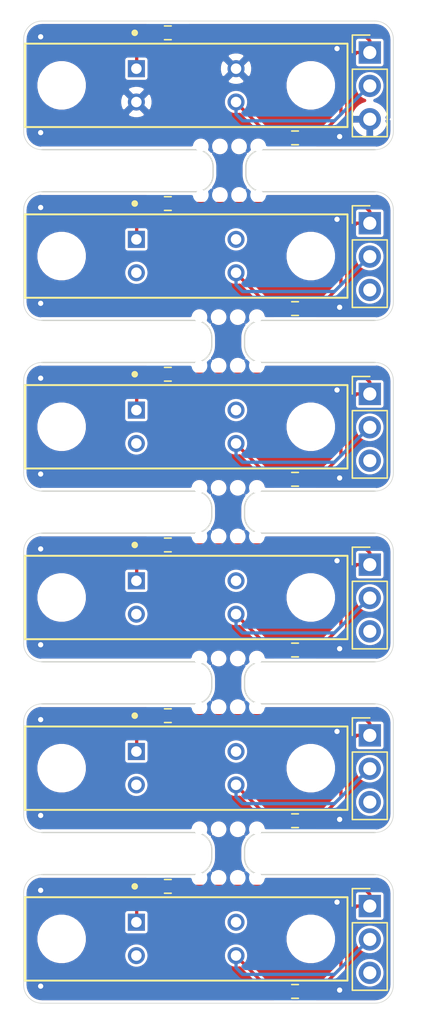
<source format=kicad_pcb>
(kicad_pcb (version 20171130) (host pcbnew "(5.1.10)-1")
  (layers (0 F.Cu signal) (31 B.Cu signal) (34 B.Paste user) (35 F.Paste user) (36 B.SilkS user) (37 F.SilkS user) (38 B.Mask user) (39 F.Mask user) (44 Edge.Cuts user))
  (net 0 "")
  (net 1 +5V)
  (net 2 "Net-(R1-Pad1)")
  (net 3 OUT)
  (net 4 GND)
  (module KSI_rotator_endstop:Vishay-TCST2300 (layer F.Cu) (at 138.2 153.5)
    (fp_text reference U1 hide)
    (fp_text value TCST2103 hide)
    (pad ~ np_thru_hole circle (at 9.5 0) (size 3.3 3.3) (drill 3.3) (layers *.Cu *.Mask))
    (pad ~ np_thru_hole circle (at -9.5 0) (size 3.3 3.3) (drill 3.3) (layers *.Cu *.Mask))
    (pad 4 thru_hole circle (at 3.8 1.27) (size 1.3 1.3) (drill 0.8) (layers *.Cu *.Mask))
    (pad 2 thru_hole circle (at 3.8 -1.27) (size 1.3 1.3) (drill 0.8) (layers *.Cu *.Mask))
    (pad 3 thru_hole circle (at -3.8 1.27) (size 1.3 1.3) (drill 0.8) (layers *.Cu *.Mask))
    (pad 1 thru_hole rect (at -3.8 -1.27) (size 1.3 1.3) (drill 0.8) (layers *.Cu *.Mask))
  )
  (module KSI_rotator_endstop:Vishay-TCST2300 (layer F.Cu) (at 138.2 140.5)
    (fp_text reference U1 hide)
    (fp_text value TCST2103 hide)
    (pad ~ np_thru_hole circle (at 9.5 0) (size 3.3 3.3) (drill 3.3) (layers *.Cu *.Mask))
    (pad ~ np_thru_hole circle (at -9.5 0) (size 3.3 3.3) (drill 3.3) (layers *.Cu *.Mask))
    (pad 4 thru_hole circle (at 3.8 1.27) (size 1.3 1.3) (drill 0.8) (layers *.Cu *.Mask))
    (pad 2 thru_hole circle (at 3.8 -1.27) (size 1.3 1.3) (drill 0.8) (layers *.Cu *.Mask))
    (pad 3 thru_hole circle (at -3.8 1.27) (size 1.3 1.3) (drill 0.8) (layers *.Cu *.Mask))
    (pad 1 thru_hole rect (at -3.8 -1.27) (size 1.3 1.3) (drill 0.8) (layers *.Cu *.Mask))
  )
  (module KSI_rotator_endstop:Vishay-TCST2300 (layer F.Cu) (at 138.2 127.5)
    (fp_text reference U1 hide)
    (fp_text value TCST2103 hide)
    (pad ~ np_thru_hole circle (at 9.5 0) (size 3.3 3.3) (drill 3.3) (layers *.Cu *.Mask))
    (pad ~ np_thru_hole circle (at -9.5 0) (size 3.3 3.3) (drill 3.3) (layers *.Cu *.Mask))
    (pad 4 thru_hole circle (at 3.8 1.27) (size 1.3 1.3) (drill 0.8) (layers *.Cu *.Mask))
    (pad 2 thru_hole circle (at 3.8 -1.27) (size 1.3 1.3) (drill 0.8) (layers *.Cu *.Mask))
    (pad 3 thru_hole circle (at -3.8 1.27) (size 1.3 1.3) (drill 0.8) (layers *.Cu *.Mask))
    (pad 1 thru_hole rect (at -3.8 -1.27) (size 1.3 1.3) (drill 0.8) (layers *.Cu *.Mask))
  )
  (module KSI_rotator_endstop:Vishay-TCST2300 (layer F.Cu) (at 138.2 114.5)
    (fp_text reference U1 hide)
    (fp_text value TCST2103 hide)
    (pad ~ np_thru_hole circle (at 9.5 0) (size 3.3 3.3) (drill 3.3) (layers *.Cu *.Mask))
    (pad ~ np_thru_hole circle (at -9.5 0) (size 3.3 3.3) (drill 3.3) (layers *.Cu *.Mask))
    (pad 4 thru_hole circle (at 3.8 1.27) (size 1.3 1.3) (drill 0.8) (layers *.Cu *.Mask))
    (pad 2 thru_hole circle (at 3.8 -1.27) (size 1.3 1.3) (drill 0.8) (layers *.Cu *.Mask))
    (pad 3 thru_hole circle (at -3.8 1.27) (size 1.3 1.3) (drill 0.8) (layers *.Cu *.Mask))
    (pad 1 thru_hole rect (at -3.8 -1.27) (size 1.3 1.3) (drill 0.8) (layers *.Cu *.Mask))
  )
  (module KSI_rotator_endstop:Vishay-TCST2300 (layer F.Cu) (at 138.2 101.5)
    (fp_text reference U1 hide)
    (fp_text value TCST2103 hide)
    (pad ~ np_thru_hole circle (at 9.5 0) (size 3.3 3.3) (drill 3.3) (layers *.Cu *.Mask))
    (pad ~ np_thru_hole circle (at -9.5 0) (size 3.3 3.3) (drill 3.3) (layers *.Cu *.Mask))
    (pad 4 thru_hole circle (at 3.8 1.27) (size 1.3 1.3) (drill 0.8) (layers *.Cu *.Mask))
    (pad 2 thru_hole circle (at 3.8 -1.27) (size 1.3 1.3) (drill 0.8) (layers *.Cu *.Mask))
    (pad 3 thru_hole circle (at -3.8 1.27) (size 1.3 1.3) (drill 0.8) (layers *.Cu *.Mask))
    (pad 1 thru_hole rect (at -3.8 -1.27) (size 1.3 1.3) (drill 0.8) (layers *.Cu *.Mask))
  )
  (module KSI_rotator_endstop:Vishay-TCST2300 (layer F.Cu) (at 138.2 88.5)
    (fp_text reference U1 hide)
    (fp_text value TCST2103 hide)
    (pad ~ np_thru_hole circle (at 9.5 0) (size 3.3 3.3) (drill 3.3) (layers *.Cu *.Mask))
    (pad ~ np_thru_hole circle (at -9.5 0) (size 3.3 3.3) (drill 3.3) (layers *.Cu *.Mask))
    (pad 4 thru_hole circle (at 3.8 1.27) (size 1.3 1.3) (drill 0.8) (layers *.Cu *.Mask) (net 3 OUT))
    (pad 2 thru_hole circle (at 3.8 -1.27) (size 1.3 1.3) (drill 0.8) (layers *.Cu *.Mask) (net 4 GND))
    (pad 3 thru_hole circle (at -3.8 1.27) (size 1.3 1.3) (drill 0.8) (layers *.Cu *.Mask) (net 4 GND))
    (pad 1 thru_hole rect (at -3.8 -1.27) (size 1.3 1.3) (drill 0.8) (layers *.Cu *.Mask) (net 2 "Net-(R1-Pad1)"))
  )
  (module Connector_PinHeader_2.54mm:PinHeader_1x03_P2.54mm_Vertical (layer F.Cu) (at 152.2 151)
    (fp_text reference J1 hide)
    (fp_text value Conn_01x03)
    (pad 3 thru_hole oval (at 0 5.08) (size 1.7 1.7) (drill 1) (layers *.Cu *.Mask))
    (pad 2 thru_hole oval (at 0 2.54) (size 1.7 1.7) (drill 1) (layers *.Cu *.Mask))
    (pad 1 thru_hole rect (at 0 0) (size 1.7 1.7) (drill 1) (layers *.Cu *.Mask))
  )
  (module Resistor_SMD:R_0603_1608Metric_Pad0.98x0.95mm_HandSolder (layer F.Cu) (at 136.8 149.5)
    (fp_text reference R1 hide)
    (fp_text value 330)
    (pad 2 smd roundrect (at 0.9125 0) (size 0.975 0.95) (layers F.Cu F.Paste F.Mask))
    (pad 1 smd roundrect (at -0.9125 0) (size 0.975 0.95) (layers F.Cu F.Paste F.Mask))
  )
  (module Resistor_SMD:R_0603_1608Metric_Pad0.98x0.95mm_HandSolder (layer F.Cu) (at 146.5 157.5)
    (fp_text reference R2 hide)
    (fp_text value 10k)
    (pad 2 smd roundrect (at 0.9125 0) (size 0.975 0.95) (layers F.Cu F.Paste F.Mask))
    (pad 1 smd roundrect (at -0.9125 0) (size 0.975 0.95) (layers F.Cu F.Paste F.Mask))
  )
  (module Connector_PinHeader_2.54mm:PinHeader_1x03_P2.54mm_Vertical (layer F.Cu) (at 152.2 138)
    (fp_text reference J1 hide)
    (fp_text value Conn_01x03)
    (pad 3 thru_hole oval (at 0 5.08) (size 1.7 1.7) (drill 1) (layers *.Cu *.Mask))
    (pad 2 thru_hole oval (at 0 2.54) (size 1.7 1.7) (drill 1) (layers *.Cu *.Mask))
    (pad 1 thru_hole rect (at 0 0) (size 1.7 1.7) (drill 1) (layers *.Cu *.Mask))
  )
  (module Resistor_SMD:R_0603_1608Metric_Pad0.98x0.95mm_HandSolder (layer F.Cu) (at 136.8 136.5)
    (fp_text reference R1 hide)
    (fp_text value 330)
    (pad 2 smd roundrect (at 0.9125 0) (size 0.975 0.95) (layers F.Cu F.Paste F.Mask))
    (pad 1 smd roundrect (at -0.9125 0) (size 0.975 0.95) (layers F.Cu F.Paste F.Mask))
  )
  (module Resistor_SMD:R_0603_1608Metric_Pad0.98x0.95mm_HandSolder (layer F.Cu) (at 146.5 144.5)
    (fp_text reference R2 hide)
    (fp_text value 10k)
    (pad 2 smd roundrect (at 0.9125 0) (size 0.975 0.95) (layers F.Cu F.Paste F.Mask))
    (pad 1 smd roundrect (at -0.9125 0) (size 0.975 0.95) (layers F.Cu F.Paste F.Mask))
  )
  (module Connector_PinHeader_2.54mm:PinHeader_1x03_P2.54mm_Vertical (layer F.Cu) (at 152.2 125)
    (fp_text reference J1 hide)
    (fp_text value Conn_01x03)
    (pad 3 thru_hole oval (at 0 5.08) (size 1.7 1.7) (drill 1) (layers *.Cu *.Mask))
    (pad 2 thru_hole oval (at 0 2.54) (size 1.7 1.7) (drill 1) (layers *.Cu *.Mask))
    (pad 1 thru_hole rect (at 0 0) (size 1.7 1.7) (drill 1) (layers *.Cu *.Mask))
  )
  (module Resistor_SMD:R_0603_1608Metric_Pad0.98x0.95mm_HandSolder (layer F.Cu) (at 136.8 123.5)
    (fp_text reference R1 hide)
    (fp_text value 330)
    (pad 2 smd roundrect (at 0.9125 0) (size 0.975 0.95) (layers F.Cu F.Paste F.Mask))
    (pad 1 smd roundrect (at -0.9125 0) (size 0.975 0.95) (layers F.Cu F.Paste F.Mask))
  )
  (module Resistor_SMD:R_0603_1608Metric_Pad0.98x0.95mm_HandSolder (layer F.Cu) (at 146.5 131.5)
    (fp_text reference R2 hide)
    (fp_text value 10k)
    (pad 2 smd roundrect (at 0.9125 0) (size 0.975 0.95) (layers F.Cu F.Paste F.Mask))
    (pad 1 smd roundrect (at -0.9125 0) (size 0.975 0.95) (layers F.Cu F.Paste F.Mask))
  )
  (module Connector_PinHeader_2.54mm:PinHeader_1x03_P2.54mm_Vertical (layer F.Cu) (at 152.2 112)
    (fp_text reference J1 hide)
    (fp_text value Conn_01x03)
    (pad 3 thru_hole oval (at 0 5.08) (size 1.7 1.7) (drill 1) (layers *.Cu *.Mask))
    (pad 2 thru_hole oval (at 0 2.54) (size 1.7 1.7) (drill 1) (layers *.Cu *.Mask))
    (pad 1 thru_hole rect (at 0 0) (size 1.7 1.7) (drill 1) (layers *.Cu *.Mask))
  )
  (module Resistor_SMD:R_0603_1608Metric_Pad0.98x0.95mm_HandSolder (layer F.Cu) (at 136.8 110.5)
    (fp_text reference R1 hide)
    (fp_text value 330)
    (pad 2 smd roundrect (at 0.9125 0) (size 0.975 0.95) (layers F.Cu F.Paste F.Mask))
    (pad 1 smd roundrect (at -0.9125 0) (size 0.975 0.95) (layers F.Cu F.Paste F.Mask))
  )
  (module Resistor_SMD:R_0603_1608Metric_Pad0.98x0.95mm_HandSolder (layer F.Cu) (at 146.5 118.5)
    (fp_text reference R2 hide)
    (fp_text value 10k)
    (pad 2 smd roundrect (at 0.9125 0) (size 0.975 0.95) (layers F.Cu F.Paste F.Mask))
    (pad 1 smd roundrect (at -0.9125 0) (size 0.975 0.95) (layers F.Cu F.Paste F.Mask))
  )
  (module Connector_PinHeader_2.54mm:PinHeader_1x03_P2.54mm_Vertical (layer F.Cu) (at 152.2 99)
    (fp_text reference J1 hide)
    (fp_text value Conn_01x03)
    (pad 3 thru_hole oval (at 0 5.08) (size 1.7 1.7) (drill 1) (layers *.Cu *.Mask))
    (pad 2 thru_hole oval (at 0 2.54) (size 1.7 1.7) (drill 1) (layers *.Cu *.Mask))
    (pad 1 thru_hole rect (at 0 0) (size 1.7 1.7) (drill 1) (layers *.Cu *.Mask))
  )
  (module Resistor_SMD:R_0603_1608Metric_Pad0.98x0.95mm_HandSolder (layer F.Cu) (at 136.8 97.5)
    (fp_text reference R1 hide)
    (fp_text value 330)
    (pad 2 smd roundrect (at 0.9125 0) (size 0.975 0.95) (layers F.Cu F.Paste F.Mask))
    (pad 1 smd roundrect (at -0.9125 0) (size 0.975 0.95) (layers F.Cu F.Paste F.Mask))
  )
  (module Resistor_SMD:R_0603_1608Metric_Pad0.98x0.95mm_HandSolder (layer F.Cu) (at 146.5 105.5)
    (fp_text reference R2 hide)
    (fp_text value 10k)
    (pad 2 smd roundrect (at 0.9125 0) (size 0.975 0.95) (layers F.Cu F.Paste F.Mask))
    (pad 1 smd roundrect (at -0.9125 0) (size 0.975 0.95) (layers F.Cu F.Paste F.Mask))
  )
  (module Connector_PinHeader_2.54mm:PinHeader_1x03_P2.54mm_Vertical (layer F.Cu) (at 152.2 86)
    (fp_text reference J1 hide)
    (fp_text value Conn_01x03)
    (pad 3 thru_hole oval (at 0 5.08) (size 1.7 1.7) (drill 1) (layers *.Cu *.Mask) (net 4 GND))
    (pad 2 thru_hole oval (at 0 2.54) (size 1.7 1.7) (drill 1) (layers *.Cu *.Mask) (net 3 OUT))
    (pad 1 thru_hole rect (at 0 0) (size 1.7 1.7) (drill 1) (layers *.Cu *.Mask) (net 1 +5V))
  )
  (module Resistor_SMD:R_0603_1608Metric_Pad0.98x0.95mm_HandSolder (layer F.Cu) (at 146.5 92.5)
    (fp_text reference R2 hide)
    (fp_text value 10k)
    (pad 2 smd roundrect (at 0.9125 0) (size 0.975 0.95) (layers F.Cu F.Paste F.Mask) (net 1 +5V))
    (pad 1 smd roundrect (at -0.9125 0) (size 0.975 0.95) (layers F.Cu F.Paste F.Mask) (net 3 OUT))
  )
  (module Resistor_SMD:R_0603_1608Metric_Pad0.98x0.95mm_HandSolder (layer F.Cu) (at 136.8 84.5)
    (fp_text reference R1 hide)
    (fp_text value 330)
    (pad 2 smd roundrect (at 0.9125 0) (size 0.975 0.95) (layers F.Cu F.Paste F.Mask) (net 1 +5V))
    (pad 1 smd roundrect (at -0.9125 0) (size 0.975 0.95) (layers F.Cu F.Paste F.Mask) (net 2 "Net-(R1-Pad1)"))
  )
  (module holes (layer F.Cu) (at 139.212232 119.15)
    (fp_text reference "" (at 0 0) (layer F.SilkS) (effects (font (size 1.27 1.27))))
    (fp_text value "" (at 0 0) (layer F.SilkS) (effects (font (size 1.27 1.27))))
    (pad h0 np_thru_hole circle (at 0 0) (size 0.8 0.8) (drill 0.8) (layers *.Cu *.Mask))
    (pad h1 np_thru_hole circle (at 1.458509 0) (size 0.8 0.8) (drill 0.8) (layers *.Cu *.Mask))
    (pad h2 np_thru_hole circle (at 2.917018 0) (size 0.8 0.8) (drill 0.8) (layers *.Cu *.Mask))
    (pad h3 np_thru_hole circle (at 4.375527 0) (size 0.8 0.8) (drill 0.8) (layers *.Cu *.Mask))
  )
  (module holes (layer F.Cu) (at 143.587758 122.85)
    (fp_text reference "" (at 0 0) (layer F.SilkS) (effects (font (size 1.27 1.27))))
    (fp_text value "" (at 0 0) (layer F.SilkS) (effects (font (size 1.27 1.27))))
    (pad h0 np_thru_hole circle (at 0 0) (size 0.8 0.8) (drill 0.8) (layers *.Cu *.Mask))
    (pad h1 np_thru_hole circle (at -1.458509 0) (size 0.8 0.8) (drill 0.8) (layers *.Cu *.Mask))
    (pad h2 np_thru_hole circle (at -2.917018 0) (size 0.8 0.8) (drill 0.8) (layers *.Cu *.Mask))
    (pad h3 np_thru_hole circle (at -4.375527 0) (size 0.8 0.8) (drill 0.8) (layers *.Cu *.Mask))
  )
  (module holes (layer F.Cu) (at 139.212232 132.15)
    (fp_text reference "" (at 0 0) (layer F.SilkS) (effects (font (size 1.27 1.27))))
    (fp_text value "" (at 0 0) (layer F.SilkS) (effects (font (size 1.27 1.27))))
    (pad h0 np_thru_hole circle (at 0 0) (size 0.8 0.8) (drill 0.8) (layers *.Cu *.Mask))
    (pad h1 np_thru_hole circle (at 1.458509 0) (size 0.8 0.8) (drill 0.8) (layers *.Cu *.Mask))
    (pad h2 np_thru_hole circle (at 2.917018 0) (size 0.8 0.8) (drill 0.8) (layers *.Cu *.Mask))
    (pad h3 np_thru_hole circle (at 4.375527 0) (size 0.8 0.8) (drill 0.8) (layers *.Cu *.Mask))
  )
  (module holes (layer F.Cu) (at 143.587758 135.85)
    (fp_text reference "" (at 0 0) (layer F.SilkS) (effects (font (size 1.27 1.27))))
    (fp_text value "" (at 0 0) (layer F.SilkS) (effects (font (size 1.27 1.27))))
    (pad h0 np_thru_hole circle (at 0 0) (size 0.8 0.8) (drill 0.8) (layers *.Cu *.Mask))
    (pad h1 np_thru_hole circle (at -1.458509 0) (size 0.8 0.8) (drill 0.8) (layers *.Cu *.Mask))
    (pad h2 np_thru_hole circle (at -2.917018 0) (size 0.8 0.8) (drill 0.8) (layers *.Cu *.Mask))
    (pad h3 np_thru_hole circle (at -4.375527 0) (size 0.8 0.8) (drill 0.8) (layers *.Cu *.Mask))
  )
  (module holes (layer F.Cu) (at 139.212232 145.15)
    (fp_text reference "" (at 0 0) (layer F.SilkS) (effects (font (size 1.27 1.27))))
    (fp_text value "" (at 0 0) (layer F.SilkS) (effects (font (size 1.27 1.27))))
    (pad h0 np_thru_hole circle (at 0 0) (size 0.8 0.8) (drill 0.8) (layers *.Cu *.Mask))
    (pad h1 np_thru_hole circle (at 1.458509 0) (size 0.8 0.8) (drill 0.8) (layers *.Cu *.Mask))
    (pad h2 np_thru_hole circle (at 2.917018 0) (size 0.8 0.8) (drill 0.8) (layers *.Cu *.Mask))
    (pad h3 np_thru_hole circle (at 4.375527 0) (size 0.8 0.8) (drill 0.8) (layers *.Cu *.Mask))
  )
  (module holes (layer F.Cu) (at 143.587758 148.85)
    (fp_text reference "" (at 0 0) (layer F.SilkS) (effects (font (size 1.27 1.27))))
    (fp_text value "" (at 0 0) (layer F.SilkS) (effects (font (size 1.27 1.27))))
    (pad h0 np_thru_hole circle (at 0 0) (size 0.8 0.8) (drill 0.8) (layers *.Cu *.Mask))
    (pad h1 np_thru_hole circle (at -1.458509 0) (size 0.8 0.8) (drill 0.8) (layers *.Cu *.Mask))
    (pad h2 np_thru_hole circle (at -2.917018 0) (size 0.8 0.8) (drill 0.8) (layers *.Cu *.Mask))
    (pad h3 np_thru_hole circle (at -4.375527 0) (size 0.8 0.8) (drill 0.8) (layers *.Cu *.Mask))
  )
  (module holes (layer F.Cu) (at 139.312252 93.15)
    (fp_text reference "" (at 0 0) (layer F.SilkS) (effects (font (size 1.27 1.27))))
    (fp_text value "" (at 0 0) (layer F.SilkS) (effects (font (size 1.27 1.27))))
    (pad h0 np_thru_hole circle (at 0 0) (size 0.8 0.8) (drill 0.8) (layers *.Cu *.Mask))
    (pad h1 np_thru_hole circle (at 1.458502 0) (size 0.8 0.8) (drill 0.8) (layers *.Cu *.Mask))
    (pad h2 np_thru_hole circle (at 2.917004 0) (size 0.8 0.8) (drill 0.8) (layers *.Cu *.Mask))
    (pad h3 np_thru_hole circle (at 4.375506 0) (size 0.8 0.8) (drill 0.8) (layers *.Cu *.Mask))
  )
  (module holes (layer F.Cu) (at 143.687748 96.85)
    (fp_text reference "" (at 0 0) (layer F.SilkS) (effects (font (size 1.27 1.27))))
    (fp_text value "" (at 0 0) (layer F.SilkS) (effects (font (size 1.27 1.27))))
    (pad h0 np_thru_hole circle (at 0 0) (size 0.8 0.8) (drill 0.8) (layers *.Cu *.Mask))
    (pad h1 np_thru_hole circle (at -1.458502 0) (size 0.8 0.8) (drill 0.8) (layers *.Cu *.Mask))
    (pad h2 np_thru_hole circle (at -2.917004 0) (size 0.8 0.8) (drill 0.8) (layers *.Cu *.Mask))
    (pad h3 np_thru_hole circle (at -4.375506 0) (size 0.8 0.8) (drill 0.8) (layers *.Cu *.Mask))
  )
  (module holes (layer F.Cu) (at 139.212232 106.15)
    (fp_text reference "" (at 0 0) (layer F.SilkS) (effects (font (size 1.27 1.27))))
    (fp_text value "" (at 0 0) (layer F.SilkS) (effects (font (size 1.27 1.27))))
    (pad h0 np_thru_hole circle (at 0 0) (size 0.8 0.8) (drill 0.8) (layers *.Cu *.Mask))
    (pad h1 np_thru_hole circle (at 1.458509 0) (size 0.8 0.8) (drill 0.8) (layers *.Cu *.Mask))
    (pad h2 np_thru_hole circle (at 2.917018 0) (size 0.8 0.8) (drill 0.8) (layers *.Cu *.Mask))
    (pad h3 np_thru_hole circle (at 4.375527 0) (size 0.8 0.8) (drill 0.8) (layers *.Cu *.Mask))
  )
  (module holes (layer F.Cu) (at 143.587758 109.85)
    (fp_text reference "" (at 0 0) (layer F.SilkS) (effects (font (size 1.27 1.27))))
    (fp_text value "" (at 0 0) (layer F.SilkS) (effects (font (size 1.27 1.27))))
    (pad h0 np_thru_hole circle (at 0 0) (size 0.8 0.8) (drill 0.8) (layers *.Cu *.Mask))
    (pad h1 np_thru_hole circle (at -1.458509 0) (size 0.8 0.8) (drill 0.8) (layers *.Cu *.Mask))
    (pad h2 np_thru_hole circle (at -2.917018 0) (size 0.8 0.8) (drill 0.8) (layers *.Cu *.Mask))
    (pad h3 np_thru_hole circle (at -4.375527 0) (size 0.8 0.8) (drill 0.8) (layers *.Cu *.Mask))
  )
  (gr_arc (start 127.2 150) (end 127.2 148.6) (angle -90) (layer Edge.Cuts) (width 0.05))
  (gr_arc (start 127.2 157) (end 125.8 157) (angle -90) (layer Edge.Cuts) (width 0.05))
  (gr_arc (start 152.6 157) (end 152.6 158.4) (angle -90) (layer Edge.Cuts) (width 0.05))
  (gr_arc (start 152.6 150) (end 154 150) (angle -90) (layer Edge.Cuts) (width 0.05))
  (gr_line (start 152.6 158.4) (end 127.2 158.4) (layer Edge.Cuts) (width 0.05))
  (gr_line (start 125.8 150) (end 125.8 157) (layer Edge.Cuts) (width 0.05))
  (gr_line (start 154 150) (end 154 157) (layer Edge.Cuts) (width 0.05))
  (gr_arc (start 127.2 137) (end 127.2 135.6) (angle -90) (layer Edge.Cuts) (width 0.05))
  (gr_arc (start 127.2 144) (end 125.8 144) (angle -90) (layer Edge.Cuts) (width 0.05))
  (gr_arc (start 152.6 144) (end 152.6 145.4) (angle -90) (layer Edge.Cuts) (width 0.05))
  (gr_arc (start 152.6 137) (end 154 137) (angle -90) (layer Edge.Cuts) (width 0.05))
  (gr_line (start 125.8 137) (end 125.8 144) (layer Edge.Cuts) (width 0.05))
  (gr_line (start 154 137) (end 154 144) (layer Edge.Cuts) (width 0.05))
  (gr_arc (start 127.2 124) (end 127.2 122.6) (angle -90) (layer Edge.Cuts) (width 0.05))
  (gr_arc (start 127.2 131) (end 125.8 131) (angle -90) (layer Edge.Cuts) (width 0.05))
  (gr_arc (start 152.6 131) (end 152.6 132.4) (angle -90) (layer Edge.Cuts) (width 0.05))
  (gr_arc (start 152.6 124) (end 154 124) (angle -90) (layer Edge.Cuts) (width 0.05))
  (gr_line (start 125.8 124) (end 125.8 131) (layer Edge.Cuts) (width 0.05))
  (gr_line (start 154 124) (end 154 131) (layer Edge.Cuts) (width 0.05))
  (gr_arc (start 127.2 111) (end 127.2 109.6) (angle -90) (layer Edge.Cuts) (width 0.05))
  (gr_arc (start 127.2 118) (end 125.8 118) (angle -90) (layer Edge.Cuts) (width 0.05))
  (gr_arc (start 152.6 118) (end 152.6 119.4) (angle -90) (layer Edge.Cuts) (width 0.05))
  (gr_arc (start 152.6 111) (end 154 111) (angle -90) (layer Edge.Cuts) (width 0.05))
  (gr_line (start 125.8 111) (end 125.8 118) (layer Edge.Cuts) (width 0.05))
  (gr_line (start 154 111) (end 154 118) (layer Edge.Cuts) (width 0.05))
  (gr_arc (start 127.2 98) (end 127.2 96.6) (angle -90) (layer Edge.Cuts) (width 0.05))
  (gr_arc (start 127.2 105) (end 125.8 105) (angle -90) (layer Edge.Cuts) (width 0.05))
  (gr_arc (start 152.6 105) (end 152.6 106.4) (angle -90) (layer Edge.Cuts) (width 0.05))
  (gr_arc (start 152.6 98) (end 154 98) (angle -90) (layer Edge.Cuts) (width 0.05))
  (gr_line (start 125.8 98) (end 125.8 105) (layer Edge.Cuts) (width 0.05))
  (gr_line (start 154 98) (end 154 105) (layer Edge.Cuts) (width 0.05))
  (gr_line (start 154 85) (end 154 92) (layer Edge.Cuts) (width 0.05))
  (gr_line (start 127.2 83.6) (end 152.6 83.6) (layer Edge.Cuts) (width 0.05))
  (gr_line (start 125.8 85) (end 125.8 92) (layer Edge.Cuts) (width 0.05))
  (gr_arc (start 152.6 92) (end 152.6 93.4) (angle -90) (layer Edge.Cuts) (width 0.05))
  (gr_arc (start 152.6 85) (end 154 85) (angle -90) (layer Edge.Cuts) (width 0.05))
  (gr_arc (start 127.2 85) (end 127.2 83.6) (angle -90) (layer Edge.Cuts) (width 0.05))
  (gr_arc (start 127.2 92) (end 125.8 92) (angle -90) (layer Edge.Cuts) (width 0.05))
  (gr_line (start 143.900008 119.4) (end 152.6 119.4) (layer Edge.Cuts) (width 0.1))
  (gr_line (start 138.899982 119.4) (end 127.2 119.4) (layer Edge.Cuts) (width 0.1))
  (gr_line (start 138.899982 122.6) (end 127.2 122.6) (layer Edge.Cuts) (width 0.1))
  (gr_line (start 143.900008 122.6) (end 152.6 122.6) (layer Edge.Cuts) (width 0.1))
  (gr_line (start 138.899982 122.6) (end 138.999686 122.592313) (layer Edge.Cuts) (width 0.1))
  (gr_line (start 138.899982 119.4) (end 138.999686 119.407687) (layer Edge.Cuts) (width 0.1))
  (gr_line (start 138.999686 122.592313) (end 139.098504 122.576985) (layer Edge.Cuts) (width 0.1))
  (gr_line (start 138.999686 119.407687) (end 139.098504 119.423015) (layer Edge.Cuts) (width 0.1))
  (gr_line (start 139.098504 122.576985) (end 139.195851 122.554107) (layer Edge.Cuts) (width 0.1))
  (gr_line (start 139.098504 119.423015) (end 139.195851 119.445893) (layer Edge.Cuts) (width 0.1))
  (gr_line (start 139.195851 122.554107) (end 139.291151 122.523814) (layer Edge.Cuts) (width 0.1))
  (gr_line (start 139.195851 119.445893) (end 139.291151 119.476186) (layer Edge.Cuts) (width 0.1))
  (gr_line (start 139.291151 122.523814) (end 139.383841 122.486285) (layer Edge.Cuts) (width 0.1))
  (gr_line (start 139.291151 119.476186) (end 139.383841 119.513715) (layer Edge.Cuts) (width 0.1))
  (gr_line (start 139.383841 122.486285) (end 139.473372 122.441742) (layer Edge.Cuts) (width 0.1))
  (gr_line (start 139.383841 119.513715) (end 139.473372 119.558258) (layer Edge.Cuts) (width 0.1))
  (gr_line (start 139.473372 122.441742) (end 139.559214 122.390449) (layer Edge.Cuts) (width 0.1))
  (gr_line (start 139.473372 119.558258) (end 139.559214 119.609551) (layer Edge.Cuts) (width 0.1))
  (gr_line (start 139.559214 122.390449) (end 139.640859 122.332709) (layer Edge.Cuts) (width 0.1))
  (gr_line (start 139.559214 119.609551) (end 139.640859 119.667291) (layer Edge.Cuts) (width 0.1))
  (gr_line (start 139.640859 122.332709) (end 139.717824 122.268864) (layer Edge.Cuts) (width 0.1))
  (gr_line (start 139.640859 119.667291) (end 139.717824 119.731136) (layer Edge.Cuts) (width 0.1))
  (gr_line (start 139.717824 122.268864) (end 139.789654 122.199292) (layer Edge.Cuts) (width 0.1))
  (gr_line (start 139.717824 119.731136) (end 139.789654 119.800708) (layer Edge.Cuts) (width 0.1))
  (gr_line (start 139.789654 122.199292) (end 139.855924 122.124405) (layer Edge.Cuts) (width 0.1))
  (gr_line (start 139.789654 119.800708) (end 139.855924 119.875595) (layer Edge.Cuts) (width 0.1))
  (gr_line (start 139.855924 122.124405) (end 139.916242 122.044646) (layer Edge.Cuts) (width 0.1))
  (gr_line (start 139.855924 119.875595) (end 139.916242 119.955354) (layer Edge.Cuts) (width 0.1))
  (gr_line (start 139.916242 122.044646) (end 139.970251 121.960487) (layer Edge.Cuts) (width 0.1))
  (gr_line (start 139.916242 119.955354) (end 139.970251 120.039513) (layer Edge.Cuts) (width 0.1))
  (gr_line (start 139.970251 121.960487) (end 140.017631 121.872426) (layer Edge.Cuts) (width 0.1))
  (gr_line (start 139.970251 120.039513) (end 140.017631 120.127574) (layer Edge.Cuts) (width 0.1))
  (gr_line (start 140.017631 121.872426) (end 140.058102 121.780984) (layer Edge.Cuts) (width 0.1))
  (gr_line (start 140.017631 120.127574) (end 140.058102 120.219016) (layer Edge.Cuts) (width 0.1))
  (gr_line (start 140.058102 121.780984) (end 140.091424 121.686702) (layer Edge.Cuts) (width 0.1))
  (gr_line (start 140.058102 120.219016) (end 140.091424 120.313298) (layer Edge.Cuts) (width 0.1))
  (gr_line (start 140.091424 121.686702) (end 140.1174 121.590138) (layer Edge.Cuts) (width 0.1))
  (gr_line (start 140.091424 120.313298) (end 140.1174 120.409862) (layer Edge.Cuts) (width 0.1))
  (gr_line (start 140.1174 121.590138) (end 140.135877 121.491863) (layer Edge.Cuts) (width 0.1))
  (gr_line (start 140.1174 120.409862) (end 140.135877 120.508137) (layer Edge.Cuts) (width 0.1))
  (gr_line (start 140.135877 121.491863) (end 140.146745 121.392458) (layer Edge.Cuts) (width 0.1))
  (gr_line (start 140.135877 120.508137) (end 140.146745 120.607542) (layer Edge.Cuts) (width 0.1))
  (gr_line (start 140.146745 121.392458) (end 140.14994 121.292512) (layer Edge.Cuts) (width 0.1))
  (gr_line (start 140.146745 120.607542) (end 140.14994 120.707488) (layer Edge.Cuts) (width 0.1))
  (gr_line (start 140.14994 120.707488) (end 140.14994 121.292512) (layer Edge.Cuts) (width 0.1))
  (gr_line (start 143.900008 122.6) (end 143.800304 122.592313) (layer Edge.Cuts) (width 0.1))
  (gr_line (start 143.900008 119.4) (end 143.800304 119.407687) (layer Edge.Cuts) (width 0.1))
  (gr_line (start 143.800304 122.592313) (end 143.701486 122.576985) (layer Edge.Cuts) (width 0.1))
  (gr_line (start 143.800304 119.407687) (end 143.701486 119.423015) (layer Edge.Cuts) (width 0.1))
  (gr_line (start 143.701486 122.576985) (end 143.604139 122.554107) (layer Edge.Cuts) (width 0.1))
  (gr_line (start 143.701486 119.423015) (end 143.604139 119.445893) (layer Edge.Cuts) (width 0.1))
  (gr_line (start 143.604139 122.554107) (end 143.508839 122.523814) (layer Edge.Cuts) (width 0.1))
  (gr_line (start 143.604139 119.445893) (end 143.508839 119.476186) (layer Edge.Cuts) (width 0.1))
  (gr_line (start 143.508839 122.523814) (end 143.416149 122.486285) (layer Edge.Cuts) (width 0.1))
  (gr_line (start 143.508839 119.476186) (end 143.416149 119.513715) (layer Edge.Cuts) (width 0.1))
  (gr_line (start 143.416149 122.486285) (end 143.326618 122.441742) (layer Edge.Cuts) (width 0.1))
  (gr_line (start 143.416149 119.513715) (end 143.326618 119.558258) (layer Edge.Cuts) (width 0.1))
  (gr_line (start 143.326618 122.441742) (end 143.240776 122.390449) (layer Edge.Cuts) (width 0.1))
  (gr_line (start 143.326618 119.558258) (end 143.240776 119.609551) (layer Edge.Cuts) (width 0.1))
  (gr_line (start 143.240776 122.390449) (end 143.159131 122.332709) (layer Edge.Cuts) (width 0.1))
  (gr_line (start 143.240776 119.609551) (end 143.159131 119.667291) (layer Edge.Cuts) (width 0.1))
  (gr_line (start 143.159131 122.332709) (end 143.082166 122.268864) (layer Edge.Cuts) (width 0.1))
  (gr_line (start 143.159131 119.667291) (end 143.082166 119.731136) (layer Edge.Cuts) (width 0.1))
  (gr_line (start 143.082166 122.268864) (end 143.010336 122.199292) (layer Edge.Cuts) (width 0.1))
  (gr_line (start 143.082166 119.731136) (end 143.010336 119.800708) (layer Edge.Cuts) (width 0.1))
  (gr_line (start 143.010336 122.199292) (end 142.944066 122.124405) (layer Edge.Cuts) (width 0.1))
  (gr_line (start 143.010336 119.800708) (end 142.944066 119.875595) (layer Edge.Cuts) (width 0.1))
  (gr_line (start 142.944066 122.124405) (end 142.883748 122.044646) (layer Edge.Cuts) (width 0.1))
  (gr_line (start 142.944066 119.875595) (end 142.883748 119.955354) (layer Edge.Cuts) (width 0.1))
  (gr_line (start 142.883748 122.044646) (end 142.829739 121.960487) (layer Edge.Cuts) (width 0.1))
  (gr_line (start 142.883748 119.955354) (end 142.829739 120.039513) (layer Edge.Cuts) (width 0.1))
  (gr_line (start 142.829739 121.960487) (end 142.782359 121.872426) (layer Edge.Cuts) (width 0.1))
  (gr_line (start 142.829739 120.039513) (end 142.782359 120.127574) (layer Edge.Cuts) (width 0.1))
  (gr_line (start 142.782359 121.872426) (end 142.741888 121.780984) (layer Edge.Cuts) (width 0.1))
  (gr_line (start 142.782359 120.127574) (end 142.741888 120.219016) (layer Edge.Cuts) (width 0.1))
  (gr_line (start 142.741888 121.780984) (end 142.708566 121.686702) (layer Edge.Cuts) (width 0.1))
  (gr_line (start 142.741888 120.219016) (end 142.708566 120.313298) (layer Edge.Cuts) (width 0.1))
  (gr_line (start 142.708566 121.686702) (end 142.68259 121.590138) (layer Edge.Cuts) (width 0.1))
  (gr_line (start 142.708566 120.313298) (end 142.68259 120.409862) (layer Edge.Cuts) (width 0.1))
  (gr_line (start 142.68259 121.590138) (end 142.664113 121.491863) (layer Edge.Cuts) (width 0.1))
  (gr_line (start 142.68259 120.409862) (end 142.664113 120.508137) (layer Edge.Cuts) (width 0.1))
  (gr_line (start 142.664113 121.491863) (end 142.653245 121.392458) (layer Edge.Cuts) (width 0.1))
  (gr_line (start 142.664113 120.508137) (end 142.653245 120.607542) (layer Edge.Cuts) (width 0.1))
  (gr_line (start 142.653245 121.392458) (end 142.65005 121.292512) (layer Edge.Cuts) (width 0.1))
  (gr_line (start 142.653245 120.607542) (end 142.65005 120.707488) (layer Edge.Cuts) (width 0.1))
  (gr_line (start 142.65005 120.707488) (end 142.65005 121.292512) (layer Edge.Cuts) (width 0.1))
  (gr_line (start 143.900008 132.4) (end 152.6 132.4) (layer Edge.Cuts) (width 0.1))
  (gr_line (start 138.899982 132.4) (end 127.2 132.4) (layer Edge.Cuts) (width 0.1))
  (gr_line (start 138.899982 135.6) (end 127.2 135.6) (layer Edge.Cuts) (width 0.1))
  (gr_line (start 143.900008 135.6) (end 152.6 135.6) (layer Edge.Cuts) (width 0.1))
  (gr_line (start 138.899982 135.6) (end 138.999686 135.592313) (layer Edge.Cuts) (width 0.1))
  (gr_line (start 138.899982 132.4) (end 138.999686 132.407687) (layer Edge.Cuts) (width 0.1))
  (gr_line (start 138.999686 135.592313) (end 139.098504 135.576985) (layer Edge.Cuts) (width 0.1))
  (gr_line (start 138.999686 132.407687) (end 139.098504 132.423015) (layer Edge.Cuts) (width 0.1))
  (gr_line (start 139.098504 135.576985) (end 139.195851 135.554107) (layer Edge.Cuts) (width 0.1))
  (gr_line (start 139.098504 132.423015) (end 139.195851 132.445893) (layer Edge.Cuts) (width 0.1))
  (gr_line (start 139.195851 135.554107) (end 139.291151 135.523814) (layer Edge.Cuts) (width 0.1))
  (gr_line (start 139.195851 132.445893) (end 139.291151 132.476186) (layer Edge.Cuts) (width 0.1))
  (gr_line (start 139.291151 135.523814) (end 139.383841 135.486285) (layer Edge.Cuts) (width 0.1))
  (gr_line (start 139.291151 132.476186) (end 139.383841 132.513715) (layer Edge.Cuts) (width 0.1))
  (gr_line (start 139.383841 135.486285) (end 139.473372 135.441742) (layer Edge.Cuts) (width 0.1))
  (gr_line (start 139.383841 132.513715) (end 139.473372 132.558258) (layer Edge.Cuts) (width 0.1))
  (gr_line (start 139.473372 135.441742) (end 139.559214 135.390449) (layer Edge.Cuts) (width 0.1))
  (gr_line (start 139.473372 132.558258) (end 139.559214 132.609551) (layer Edge.Cuts) (width 0.1))
  (gr_line (start 139.559214 135.390449) (end 139.640859 135.332709) (layer Edge.Cuts) (width 0.1))
  (gr_line (start 139.559214 132.609551) (end 139.640859 132.667291) (layer Edge.Cuts) (width 0.1))
  (gr_line (start 139.640859 135.332709) (end 139.717824 135.268864) (layer Edge.Cuts) (width 0.1))
  (gr_line (start 139.640859 132.667291) (end 139.717824 132.731136) (layer Edge.Cuts) (width 0.1))
  (gr_line (start 139.717824 135.268864) (end 139.789654 135.199292) (layer Edge.Cuts) (width 0.1))
  (gr_line (start 139.717824 132.731136) (end 139.789654 132.800708) (layer Edge.Cuts) (width 0.1))
  (gr_line (start 139.789654 135.199292) (end 139.855924 135.124405) (layer Edge.Cuts) (width 0.1))
  (gr_line (start 139.789654 132.800708) (end 139.855924 132.875595) (layer Edge.Cuts) (width 0.1))
  (gr_line (start 139.855924 135.124405) (end 139.916242 135.044646) (layer Edge.Cuts) (width 0.1))
  (gr_line (start 139.855924 132.875595) (end 139.916242 132.955354) (layer Edge.Cuts) (width 0.1))
  (gr_line (start 139.916242 135.044646) (end 139.970251 134.960487) (layer Edge.Cuts) (width 0.1))
  (gr_line (start 139.916242 132.955354) (end 139.970251 133.039513) (layer Edge.Cuts) (width 0.1))
  (gr_line (start 139.970251 134.960487) (end 140.017631 134.872426) (layer Edge.Cuts) (width 0.1))
  (gr_line (start 139.970251 133.039513) (end 140.017631 133.127574) (layer Edge.Cuts) (width 0.1))
  (gr_line (start 140.017631 134.872426) (end 140.058102 134.780984) (layer Edge.Cuts) (width 0.1))
  (gr_line (start 140.017631 133.127574) (end 140.058102 133.219016) (layer Edge.Cuts) (width 0.1))
  (gr_line (start 140.058102 134.780984) (end 140.091424 134.686702) (layer Edge.Cuts) (width 0.1))
  (gr_line (start 140.058102 133.219016) (end 140.091424 133.313298) (layer Edge.Cuts) (width 0.1))
  (gr_line (start 140.091424 134.686702) (end 140.1174 134.590138) (layer Edge.Cuts) (width 0.1))
  (gr_line (start 140.091424 133.313298) (end 140.1174 133.409862) (layer Edge.Cuts) (width 0.1))
  (gr_line (start 140.1174 134.590138) (end 140.135877 134.491863) (layer Edge.Cuts) (width 0.1))
  (gr_line (start 140.1174 133.409862) (end 140.135877 133.508137) (layer Edge.Cuts) (width 0.1))
  (gr_line (start 140.135877 134.491863) (end 140.146745 134.392458) (layer Edge.Cuts) (width 0.1))
  (gr_line (start 140.135877 133.508137) (end 140.146745 133.607542) (layer Edge.Cuts) (width 0.1))
  (gr_line (start 140.146745 134.392458) (end 140.14994 134.292512) (layer Edge.Cuts) (width 0.1))
  (gr_line (start 140.146745 133.607542) (end 140.14994 133.707488) (layer Edge.Cuts) (width 0.1))
  (gr_line (start 140.14994 133.707488) (end 140.14994 134.292512) (layer Edge.Cuts) (width 0.1))
  (gr_line (start 143.900008 135.6) (end 143.800304 135.592313) (layer Edge.Cuts) (width 0.1))
  (gr_line (start 143.900008 132.4) (end 143.800304 132.407687) (layer Edge.Cuts) (width 0.1))
  (gr_line (start 143.800304 135.592313) (end 143.701486 135.576985) (layer Edge.Cuts) (width 0.1))
  (gr_line (start 143.800304 132.407687) (end 143.701486 132.423015) (layer Edge.Cuts) (width 0.1))
  (gr_line (start 143.701486 135.576985) (end 143.604139 135.554107) (layer Edge.Cuts) (width 0.1))
  (gr_line (start 143.701486 132.423015) (end 143.604139 132.445893) (layer Edge.Cuts) (width 0.1))
  (gr_line (start 143.604139 135.554107) (end 143.508839 135.523814) (layer Edge.Cuts) (width 0.1))
  (gr_line (start 143.604139 132.445893) (end 143.508839 132.476186) (layer Edge.Cuts) (width 0.1))
  (gr_line (start 143.508839 135.523814) (end 143.416149 135.486285) (layer Edge.Cuts) (width 0.1))
  (gr_line (start 143.508839 132.476186) (end 143.416149 132.513715) (layer Edge.Cuts) (width 0.1))
  (gr_line (start 143.416149 135.486285) (end 143.326618 135.441742) (layer Edge.Cuts) (width 0.1))
  (gr_line (start 143.416149 132.513715) (end 143.326618 132.558258) (layer Edge.Cuts) (width 0.1))
  (gr_line (start 143.326618 135.441742) (end 143.240776 135.390449) (layer Edge.Cuts) (width 0.1))
  (gr_line (start 143.326618 132.558258) (end 143.240776 132.609551) (layer Edge.Cuts) (width 0.1))
  (gr_line (start 143.240776 135.390449) (end 143.159131 135.332709) (layer Edge.Cuts) (width 0.1))
  (gr_line (start 143.240776 132.609551) (end 143.159131 132.667291) (layer Edge.Cuts) (width 0.1))
  (gr_line (start 143.159131 135.332709) (end 143.082166 135.268864) (layer Edge.Cuts) (width 0.1))
  (gr_line (start 143.159131 132.667291) (end 143.082166 132.731136) (layer Edge.Cuts) (width 0.1))
  (gr_line (start 143.082166 135.268864) (end 143.010336 135.199292) (layer Edge.Cuts) (width 0.1))
  (gr_line (start 143.082166 132.731136) (end 143.010336 132.800708) (layer Edge.Cuts) (width 0.1))
  (gr_line (start 143.010336 135.199292) (end 142.944066 135.124405) (layer Edge.Cuts) (width 0.1))
  (gr_line (start 143.010336 132.800708) (end 142.944066 132.875595) (layer Edge.Cuts) (width 0.1))
  (gr_line (start 142.944066 135.124405) (end 142.883748 135.044646) (layer Edge.Cuts) (width 0.1))
  (gr_line (start 142.944066 132.875595) (end 142.883748 132.955354) (layer Edge.Cuts) (width 0.1))
  (gr_line (start 142.883748 135.044646) (end 142.829739 134.960487) (layer Edge.Cuts) (width 0.1))
  (gr_line (start 142.883748 132.955354) (end 142.829739 133.039513) (layer Edge.Cuts) (width 0.1))
  (gr_line (start 142.829739 134.960487) (end 142.782359 134.872426) (layer Edge.Cuts) (width 0.1))
  (gr_line (start 142.829739 133.039513) (end 142.782359 133.127574) (layer Edge.Cuts) (width 0.1))
  (gr_line (start 142.782359 134.872426) (end 142.741888 134.780984) (layer Edge.Cuts) (width 0.1))
  (gr_line (start 142.782359 133.127574) (end 142.741888 133.219016) (layer Edge.Cuts) (width 0.1))
  (gr_line (start 142.741888 134.780984) (end 142.708566 134.686702) (layer Edge.Cuts) (width 0.1))
  (gr_line (start 142.741888 133.219016) (end 142.708566 133.313298) (layer Edge.Cuts) (width 0.1))
  (gr_line (start 142.708566 134.686702) (end 142.68259 134.590138) (layer Edge.Cuts) (width 0.1))
  (gr_line (start 142.708566 133.313298) (end 142.68259 133.409862) (layer Edge.Cuts) (width 0.1))
  (gr_line (start 142.68259 134.590138) (end 142.664113 134.491863) (layer Edge.Cuts) (width 0.1))
  (gr_line (start 142.68259 133.409862) (end 142.664113 133.508137) (layer Edge.Cuts) (width 0.1))
  (gr_line (start 142.664113 134.491863) (end 142.653245 134.392458) (layer Edge.Cuts) (width 0.1))
  (gr_line (start 142.664113 133.508137) (end 142.653245 133.607542) (layer Edge.Cuts) (width 0.1))
  (gr_line (start 142.653245 134.392458) (end 142.65005 134.292512) (layer Edge.Cuts) (width 0.1))
  (gr_line (start 142.653245 133.607542) (end 142.65005 133.707488) (layer Edge.Cuts) (width 0.1))
  (gr_line (start 142.65005 133.707488) (end 142.65005 134.292512) (layer Edge.Cuts) (width 0.1))
  (gr_line (start 143.900008 145.4) (end 152.6 145.4) (layer Edge.Cuts) (width 0.1))
  (gr_line (start 138.899982 145.4) (end 127.2 145.4) (layer Edge.Cuts) (width 0.1))
  (gr_line (start 138.899982 148.6) (end 127.2 148.6) (layer Edge.Cuts) (width 0.1))
  (gr_line (start 143.900008 148.6) (end 152.6 148.6) (layer Edge.Cuts) (width 0.1))
  (gr_line (start 138.899982 148.6) (end 138.999686 148.592313) (layer Edge.Cuts) (width 0.1))
  (gr_line (start 138.899982 145.4) (end 138.999686 145.407687) (layer Edge.Cuts) (width 0.1))
  (gr_line (start 138.999686 148.592313) (end 139.098504 148.576985) (layer Edge.Cuts) (width 0.1))
  (gr_line (start 138.999686 145.407687) (end 139.098504 145.423015) (layer Edge.Cuts) (width 0.1))
  (gr_line (start 139.098504 148.576985) (end 139.195851 148.554107) (layer Edge.Cuts) (width 0.1))
  (gr_line (start 139.098504 145.423015) (end 139.195851 145.445893) (layer Edge.Cuts) (width 0.1))
  (gr_line (start 139.195851 148.554107) (end 139.291151 148.523814) (layer Edge.Cuts) (width 0.1))
  (gr_line (start 139.195851 145.445893) (end 139.291151 145.476186) (layer Edge.Cuts) (width 0.1))
  (gr_line (start 139.291151 148.523814) (end 139.383841 148.486285) (layer Edge.Cuts) (width 0.1))
  (gr_line (start 139.291151 145.476186) (end 139.383841 145.513715) (layer Edge.Cuts) (width 0.1))
  (gr_line (start 139.383841 148.486285) (end 139.473372 148.441742) (layer Edge.Cuts) (width 0.1))
  (gr_line (start 139.383841 145.513715) (end 139.473372 145.558258) (layer Edge.Cuts) (width 0.1))
  (gr_line (start 139.473372 148.441742) (end 139.559214 148.390449) (layer Edge.Cuts) (width 0.1))
  (gr_line (start 139.473372 145.558258) (end 139.559214 145.609551) (layer Edge.Cuts) (width 0.1))
  (gr_line (start 139.559214 148.390449) (end 139.640859 148.332709) (layer Edge.Cuts) (width 0.1))
  (gr_line (start 139.559214 145.609551) (end 139.640859 145.667291) (layer Edge.Cuts) (width 0.1))
  (gr_line (start 139.640859 148.332709) (end 139.717824 148.268864) (layer Edge.Cuts) (width 0.1))
  (gr_line (start 139.640859 145.667291) (end 139.717824 145.731136) (layer Edge.Cuts) (width 0.1))
  (gr_line (start 139.717824 148.268864) (end 139.789654 148.199292) (layer Edge.Cuts) (width 0.1))
  (gr_line (start 139.717824 145.731136) (end 139.789654 145.800708) (layer Edge.Cuts) (width 0.1))
  (gr_line (start 139.789654 148.199292) (end 139.855924 148.124405) (layer Edge.Cuts) (width 0.1))
  (gr_line (start 139.789654 145.800708) (end 139.855924 145.875595) (layer Edge.Cuts) (width 0.1))
  (gr_line (start 139.855924 148.124405) (end 139.916242 148.044646) (layer Edge.Cuts) (width 0.1))
  (gr_line (start 139.855924 145.875595) (end 139.916242 145.955354) (layer Edge.Cuts) (width 0.1))
  (gr_line (start 139.916242 148.044646) (end 139.970251 147.960487) (layer Edge.Cuts) (width 0.1))
  (gr_line (start 139.916242 145.955354) (end 139.970251 146.039513) (layer Edge.Cuts) (width 0.1))
  (gr_line (start 139.970251 147.960487) (end 140.017631 147.872426) (layer Edge.Cuts) (width 0.1))
  (gr_line (start 139.970251 146.039513) (end 140.017631 146.127574) (layer Edge.Cuts) (width 0.1))
  (gr_line (start 140.017631 147.872426) (end 140.058102 147.780984) (layer Edge.Cuts) (width 0.1))
  (gr_line (start 140.017631 146.127574) (end 140.058102 146.219016) (layer Edge.Cuts) (width 0.1))
  (gr_line (start 140.058102 147.780984) (end 140.091424 147.686702) (layer Edge.Cuts) (width 0.1))
  (gr_line (start 140.058102 146.219016) (end 140.091424 146.313298) (layer Edge.Cuts) (width 0.1))
  (gr_line (start 140.091424 147.686702) (end 140.1174 147.590138) (layer Edge.Cuts) (width 0.1))
  (gr_line (start 140.091424 146.313298) (end 140.1174 146.409862) (layer Edge.Cuts) (width 0.1))
  (gr_line (start 140.1174 147.590138) (end 140.135877 147.491863) (layer Edge.Cuts) (width 0.1))
  (gr_line (start 140.1174 146.409862) (end 140.135877 146.508137) (layer Edge.Cuts) (width 0.1))
  (gr_line (start 140.135877 147.491863) (end 140.146745 147.392458) (layer Edge.Cuts) (width 0.1))
  (gr_line (start 140.135877 146.508137) (end 140.146745 146.607542) (layer Edge.Cuts) (width 0.1))
  (gr_line (start 140.146745 147.392458) (end 140.14994 147.292512) (layer Edge.Cuts) (width 0.1))
  (gr_line (start 140.146745 146.607542) (end 140.14994 146.707488) (layer Edge.Cuts) (width 0.1))
  (gr_line (start 140.14994 146.707488) (end 140.14994 147.292512) (layer Edge.Cuts) (width 0.1))
  (gr_line (start 143.900008 148.6) (end 143.800304 148.592313) (layer Edge.Cuts) (width 0.1))
  (gr_line (start 143.900008 145.4) (end 143.800304 145.407687) (layer Edge.Cuts) (width 0.1))
  (gr_line (start 143.800304 148.592313) (end 143.701486 148.576985) (layer Edge.Cuts) (width 0.1))
  (gr_line (start 143.800304 145.407687) (end 143.701486 145.423015) (layer Edge.Cuts) (width 0.1))
  (gr_line (start 143.701486 148.576985) (end 143.604139 148.554107) (layer Edge.Cuts) (width 0.1))
  (gr_line (start 143.701486 145.423015) (end 143.604139 145.445893) (layer Edge.Cuts) (width 0.1))
  (gr_line (start 143.604139 148.554107) (end 143.508839 148.523814) (layer Edge.Cuts) (width 0.1))
  (gr_line (start 143.604139 145.445893) (end 143.508839 145.476186) (layer Edge.Cuts) (width 0.1))
  (gr_line (start 143.508839 148.523814) (end 143.416149 148.486285) (layer Edge.Cuts) (width 0.1))
  (gr_line (start 143.508839 145.476186) (end 143.416149 145.513715) (layer Edge.Cuts) (width 0.1))
  (gr_line (start 143.416149 148.486285) (end 143.326618 148.441742) (layer Edge.Cuts) (width 0.1))
  (gr_line (start 143.416149 145.513715) (end 143.326618 145.558258) (layer Edge.Cuts) (width 0.1))
  (gr_line (start 143.326618 148.441742) (end 143.240776 148.390449) (layer Edge.Cuts) (width 0.1))
  (gr_line (start 143.326618 145.558258) (end 143.240776 145.609551) (layer Edge.Cuts) (width 0.1))
  (gr_line (start 143.240776 148.390449) (end 143.159131 148.332709) (layer Edge.Cuts) (width 0.1))
  (gr_line (start 143.240776 145.609551) (end 143.159131 145.667291) (layer Edge.Cuts) (width 0.1))
  (gr_line (start 143.159131 148.332709) (end 143.082166 148.268864) (layer Edge.Cuts) (width 0.1))
  (gr_line (start 143.159131 145.667291) (end 143.082166 145.731136) (layer Edge.Cuts) (width 0.1))
  (gr_line (start 143.082166 148.268864) (end 143.010336 148.199292) (layer Edge.Cuts) (width 0.1))
  (gr_line (start 143.082166 145.731136) (end 143.010336 145.800708) (layer Edge.Cuts) (width 0.1))
  (gr_line (start 143.010336 148.199292) (end 142.944066 148.124405) (layer Edge.Cuts) (width 0.1))
  (gr_line (start 143.010336 145.800708) (end 142.944066 145.875595) (layer Edge.Cuts) (width 0.1))
  (gr_line (start 142.944066 148.124405) (end 142.883748 148.044646) (layer Edge.Cuts) (width 0.1))
  (gr_line (start 142.944066 145.875595) (end 142.883748 145.955354) (layer Edge.Cuts) (width 0.1))
  (gr_line (start 142.883748 148.044646) (end 142.829739 147.960487) (layer Edge.Cuts) (width 0.1))
  (gr_line (start 142.883748 145.955354) (end 142.829739 146.039513) (layer Edge.Cuts) (width 0.1))
  (gr_line (start 142.829739 147.960487) (end 142.782359 147.872426) (layer Edge.Cuts) (width 0.1))
  (gr_line (start 142.829739 146.039513) (end 142.782359 146.127574) (layer Edge.Cuts) (width 0.1))
  (gr_line (start 142.782359 147.872426) (end 142.741888 147.780984) (layer Edge.Cuts) (width 0.1))
  (gr_line (start 142.782359 146.127574) (end 142.741888 146.219016) (layer Edge.Cuts) (width 0.1))
  (gr_line (start 142.741888 147.780984) (end 142.708566 147.686702) (layer Edge.Cuts) (width 0.1))
  (gr_line (start 142.741888 146.219016) (end 142.708566 146.313298) (layer Edge.Cuts) (width 0.1))
  (gr_line (start 142.708566 147.686702) (end 142.68259 147.590138) (layer Edge.Cuts) (width 0.1))
  (gr_line (start 142.708566 146.313298) (end 142.68259 146.409862) (layer Edge.Cuts) (width 0.1))
  (gr_line (start 142.68259 147.590138) (end 142.664113 147.491863) (layer Edge.Cuts) (width 0.1))
  (gr_line (start 142.68259 146.409862) (end 142.664113 146.508137) (layer Edge.Cuts) (width 0.1))
  (gr_line (start 142.664113 147.491863) (end 142.653245 147.392458) (layer Edge.Cuts) (width 0.1))
  (gr_line (start 142.664113 146.508137) (end 142.653245 146.607542) (layer Edge.Cuts) (width 0.1))
  (gr_line (start 142.653245 147.392458) (end 142.65005 147.292512) (layer Edge.Cuts) (width 0.1))
  (gr_line (start 142.653245 146.607542) (end 142.65005 146.707488) (layer Edge.Cuts) (width 0.1))
  (gr_line (start 142.65005 146.707488) (end 142.65005 147.292512) (layer Edge.Cuts) (width 0.1))
  (gr_line (start 143.999998 93.4) (end 152.6 93.4) (layer Edge.Cuts) (width 0.1))
  (gr_line (start 139.000002 93.4) (end 127.2 93.4) (layer Edge.Cuts) (width 0.1))
  (gr_line (start 139.000002 96.6) (end 127.2 96.6) (layer Edge.Cuts) (width 0.1))
  (gr_line (start 143.999998 96.6) (end 152.6 96.6) (layer Edge.Cuts) (width 0.1))
  (gr_line (start 139.000002 96.6) (end 139.099706 96.592313) (layer Edge.Cuts) (width 0.1))
  (gr_line (start 139.000002 93.4) (end 139.099706 93.407687) (layer Edge.Cuts) (width 0.1))
  (gr_line (start 139.099706 96.592313) (end 139.198524 96.576985) (layer Edge.Cuts) (width 0.1))
  (gr_line (start 139.099706 93.407687) (end 139.198524 93.423015) (layer Edge.Cuts) (width 0.1))
  (gr_line (start 139.198524 96.576985) (end 139.295871 96.554107) (layer Edge.Cuts) (width 0.1))
  (gr_line (start 139.198524 93.423015) (end 139.295871 93.445893) (layer Edge.Cuts) (width 0.1))
  (gr_line (start 139.295871 96.554107) (end 139.391171 96.523814) (layer Edge.Cuts) (width 0.1))
  (gr_line (start 139.295871 93.445893) (end 139.391171 93.476186) (layer Edge.Cuts) (width 0.1))
  (gr_line (start 139.391171 96.523814) (end 139.483861 96.486285) (layer Edge.Cuts) (width 0.1))
  (gr_line (start 139.391171 93.476186) (end 139.483861 93.513715) (layer Edge.Cuts) (width 0.1))
  (gr_line (start 139.483861 96.486285) (end 139.573392 96.441742) (layer Edge.Cuts) (width 0.1))
  (gr_line (start 139.483861 93.513715) (end 139.573392 93.558258) (layer Edge.Cuts) (width 0.1))
  (gr_line (start 139.573392 96.441742) (end 139.659234 96.390449) (layer Edge.Cuts) (width 0.1))
  (gr_line (start 139.573392 93.558258) (end 139.659234 93.609551) (layer Edge.Cuts) (width 0.1))
  (gr_line (start 139.659234 96.390449) (end 139.740879 96.332709) (layer Edge.Cuts) (width 0.1))
  (gr_line (start 139.659234 93.609551) (end 139.740879 93.667291) (layer Edge.Cuts) (width 0.1))
  (gr_line (start 139.740879 96.332709) (end 139.817844 96.268864) (layer Edge.Cuts) (width 0.1))
  (gr_line (start 139.740879 93.667291) (end 139.817844 93.731136) (layer Edge.Cuts) (width 0.1))
  (gr_line (start 139.817844 96.268864) (end 139.889674 96.199292) (layer Edge.Cuts) (width 0.1))
  (gr_line (start 139.817844 93.731136) (end 139.889674 93.800708) (layer Edge.Cuts) (width 0.1))
  (gr_line (start 139.889674 96.199292) (end 139.955944 96.124405) (layer Edge.Cuts) (width 0.1))
  (gr_line (start 139.889674 93.800708) (end 139.955944 93.875595) (layer Edge.Cuts) (width 0.1))
  (gr_line (start 139.955944 96.124405) (end 140.016262 96.044646) (layer Edge.Cuts) (width 0.1))
  (gr_line (start 139.955944 93.875595) (end 140.016262 93.955354) (layer Edge.Cuts) (width 0.1))
  (gr_line (start 140.016262 96.044646) (end 140.070271 95.960487) (layer Edge.Cuts) (width 0.1))
  (gr_line (start 140.016262 93.955354) (end 140.070271 94.039513) (layer Edge.Cuts) (width 0.1))
  (gr_line (start 140.070271 95.960487) (end 140.117651 95.872426) (layer Edge.Cuts) (width 0.1))
  (gr_line (start 140.070271 94.039513) (end 140.117651 94.127574) (layer Edge.Cuts) (width 0.1))
  (gr_line (start 140.117651 95.872426) (end 140.158122 95.780984) (layer Edge.Cuts) (width 0.1))
  (gr_line (start 140.117651 94.127574) (end 140.158122 94.219016) (layer Edge.Cuts) (width 0.1))
  (gr_line (start 140.158122 95.780984) (end 140.191444 95.686702) (layer Edge.Cuts) (width 0.1))
  (gr_line (start 140.158122 94.219016) (end 140.191444 94.313298) (layer Edge.Cuts) (width 0.1))
  (gr_line (start 140.191444 95.686702) (end 140.21742 95.590138) (layer Edge.Cuts) (width 0.1))
  (gr_line (start 140.191444 94.313298) (end 140.21742 94.409862) (layer Edge.Cuts) (width 0.1))
  (gr_line (start 140.21742 95.590138) (end 140.235897 95.491863) (layer Edge.Cuts) (width 0.1))
  (gr_line (start 140.21742 94.409862) (end 140.235897 94.508137) (layer Edge.Cuts) (width 0.1))
  (gr_line (start 140.235897 95.491863) (end 140.246765 95.392458) (layer Edge.Cuts) (width 0.1))
  (gr_line (start 140.235897 94.508137) (end 140.246765 94.607542) (layer Edge.Cuts) (width 0.1))
  (gr_line (start 140.246765 95.392458) (end 140.24996 95.292512) (layer Edge.Cuts) (width 0.1))
  (gr_line (start 140.246765 94.607542) (end 140.24996 94.707488) (layer Edge.Cuts) (width 0.1))
  (gr_line (start 140.24996 94.707488) (end 140.24996 95.292512) (layer Edge.Cuts) (width 0.1))
  (gr_line (start 143.999998 96.6) (end 143.900294 96.592313) (layer Edge.Cuts) (width 0.1))
  (gr_line (start 143.999998 93.4) (end 143.900294 93.407687) (layer Edge.Cuts) (width 0.1))
  (gr_line (start 143.900294 96.592313) (end 143.801476 96.576985) (layer Edge.Cuts) (width 0.1))
  (gr_line (start 143.900294 93.407687) (end 143.801476 93.423015) (layer Edge.Cuts) (width 0.1))
  (gr_line (start 143.801476 96.576985) (end 143.704129 96.554107) (layer Edge.Cuts) (width 0.1))
  (gr_line (start 143.801476 93.423015) (end 143.704129 93.445893) (layer Edge.Cuts) (width 0.1))
  (gr_line (start 143.704129 96.554107) (end 143.608829 96.523814) (layer Edge.Cuts) (width 0.1))
  (gr_line (start 143.704129 93.445893) (end 143.608829 93.476186) (layer Edge.Cuts) (width 0.1))
  (gr_line (start 143.608829 96.523814) (end 143.516139 96.486285) (layer Edge.Cuts) (width 0.1))
  (gr_line (start 143.608829 93.476186) (end 143.516139 93.513715) (layer Edge.Cuts) (width 0.1))
  (gr_line (start 143.516139 96.486285) (end 143.426608 96.441742) (layer Edge.Cuts) (width 0.1))
  (gr_line (start 143.516139 93.513715) (end 143.426608 93.558258) (layer Edge.Cuts) (width 0.1))
  (gr_line (start 143.426608 96.441742) (end 143.340766 96.390449) (layer Edge.Cuts) (width 0.1))
  (gr_line (start 143.426608 93.558258) (end 143.340766 93.609551) (layer Edge.Cuts) (width 0.1))
  (gr_line (start 143.340766 96.390449) (end 143.259121 96.332709) (layer Edge.Cuts) (width 0.1))
  (gr_line (start 143.340766 93.609551) (end 143.259121 93.667291) (layer Edge.Cuts) (width 0.1))
  (gr_line (start 143.259121 96.332709) (end 143.182156 96.268864) (layer Edge.Cuts) (width 0.1))
  (gr_line (start 143.259121 93.667291) (end 143.182156 93.731136) (layer Edge.Cuts) (width 0.1))
  (gr_line (start 143.182156 96.268864) (end 143.110326 96.199292) (layer Edge.Cuts) (width 0.1))
  (gr_line (start 143.182156 93.731136) (end 143.110326 93.800708) (layer Edge.Cuts) (width 0.1))
  (gr_line (start 143.110326 96.199292) (end 143.044056 96.124405) (layer Edge.Cuts) (width 0.1))
  (gr_line (start 143.110326 93.800708) (end 143.044056 93.875595) (layer Edge.Cuts) (width 0.1))
  (gr_line (start 143.044056 96.124405) (end 142.983738 96.044646) (layer Edge.Cuts) (width 0.1))
  (gr_line (start 143.044056 93.875595) (end 142.983738 93.955354) (layer Edge.Cuts) (width 0.1))
  (gr_line (start 142.983738 96.044646) (end 142.929729 95.960487) (layer Edge.Cuts) (width 0.1))
  (gr_line (start 142.983738 93.955354) (end 142.929729 94.039513) (layer Edge.Cuts) (width 0.1))
  (gr_line (start 142.929729 95.960487) (end 142.882349 95.872426) (layer Edge.Cuts) (width 0.1))
  (gr_line (start 142.929729 94.039513) (end 142.882349 94.127574) (layer Edge.Cuts) (width 0.1))
  (gr_line (start 142.882349 95.872426) (end 142.841878 95.780984) (layer Edge.Cuts) (width 0.1))
  (gr_line (start 142.882349 94.127574) (end 142.841878 94.219016) (layer Edge.Cuts) (width 0.1))
  (gr_line (start 142.841878 95.780984) (end 142.808556 95.686702) (layer Edge.Cuts) (width 0.1))
  (gr_line (start 142.841878 94.219016) (end 142.808556 94.313298) (layer Edge.Cuts) (width 0.1))
  (gr_line (start 142.808556 95.686702) (end 142.78258 95.590138) (layer Edge.Cuts) (width 0.1))
  (gr_line (start 142.808556 94.313298) (end 142.78258 94.409862) (layer Edge.Cuts) (width 0.1))
  (gr_line (start 142.78258 95.590138) (end 142.764103 95.491863) (layer Edge.Cuts) (width 0.1))
  (gr_line (start 142.78258 94.409862) (end 142.764103 94.508137) (layer Edge.Cuts) (width 0.1))
  (gr_line (start 142.764103 95.491863) (end 142.753235 95.392458) (layer Edge.Cuts) (width 0.1))
  (gr_line (start 142.764103 94.508137) (end 142.753235 94.607542) (layer Edge.Cuts) (width 0.1))
  (gr_line (start 142.753235 95.392458) (end 142.75004 95.292512) (layer Edge.Cuts) (width 0.1))
  (gr_line (start 142.753235 94.607542) (end 142.75004 94.707488) (layer Edge.Cuts) (width 0.1))
  (gr_line (start 142.75004 94.707488) (end 142.75004 95.292512) (layer Edge.Cuts) (width 0.1))
  (gr_line (start 143.900008 106.4) (end 152.6 106.4) (layer Edge.Cuts) (width 0.1))
  (gr_line (start 138.899982 106.4) (end 127.2 106.4) (layer Edge.Cuts) (width 0.1))
  (gr_line (start 138.899982 109.6) (end 127.2 109.6) (layer Edge.Cuts) (width 0.1))
  (gr_line (start 143.900008 109.6) (end 152.6 109.6) (layer Edge.Cuts) (width 0.1))
  (gr_line (start 138.899982 109.6) (end 138.999686 109.592313) (layer Edge.Cuts) (width 0.1))
  (gr_line (start 138.899982 106.4) (end 138.999686 106.407687) (layer Edge.Cuts) (width 0.1))
  (gr_line (start 138.999686 109.592313) (end 139.098504 109.576985) (layer Edge.Cuts) (width 0.1))
  (gr_line (start 138.999686 106.407687) (end 139.098504 106.423015) (layer Edge.Cuts) (width 0.1))
  (gr_line (start 139.098504 109.576985) (end 139.195851 109.554107) (layer Edge.Cuts) (width 0.1))
  (gr_line (start 139.098504 106.423015) (end 139.195851 106.445893) (layer Edge.Cuts) (width 0.1))
  (gr_line (start 139.195851 109.554107) (end 139.291151 109.523814) (layer Edge.Cuts) (width 0.1))
  (gr_line (start 139.195851 106.445893) (end 139.291151 106.476186) (layer Edge.Cuts) (width 0.1))
  (gr_line (start 139.291151 109.523814) (end 139.383841 109.486285) (layer Edge.Cuts) (width 0.1))
  (gr_line (start 139.291151 106.476186) (end 139.383841 106.513715) (layer Edge.Cuts) (width 0.1))
  (gr_line (start 139.383841 109.486285) (end 139.473372 109.441742) (layer Edge.Cuts) (width 0.1))
  (gr_line (start 139.383841 106.513715) (end 139.473372 106.558258) (layer Edge.Cuts) (width 0.1))
  (gr_line (start 139.473372 109.441742) (end 139.559214 109.390449) (layer Edge.Cuts) (width 0.1))
  (gr_line (start 139.473372 106.558258) (end 139.559214 106.609551) (layer Edge.Cuts) (width 0.1))
  (gr_line (start 139.559214 109.390449) (end 139.640859 109.332709) (layer Edge.Cuts) (width 0.1))
  (gr_line (start 139.559214 106.609551) (end 139.640859 106.667291) (layer Edge.Cuts) (width 0.1))
  (gr_line (start 139.640859 109.332709) (end 139.717824 109.268864) (layer Edge.Cuts) (width 0.1))
  (gr_line (start 139.640859 106.667291) (end 139.717824 106.731136) (layer Edge.Cuts) (width 0.1))
  (gr_line (start 139.717824 109.268864) (end 139.789654 109.199292) (layer Edge.Cuts) (width 0.1))
  (gr_line (start 139.717824 106.731136) (end 139.789654 106.800708) (layer Edge.Cuts) (width 0.1))
  (gr_line (start 139.789654 109.199292) (end 139.855924 109.124405) (layer Edge.Cuts) (width 0.1))
  (gr_line (start 139.789654 106.800708) (end 139.855924 106.875595) (layer Edge.Cuts) (width 0.1))
  (gr_line (start 139.855924 109.124405) (end 139.916242 109.044646) (layer Edge.Cuts) (width 0.1))
  (gr_line (start 139.855924 106.875595) (end 139.916242 106.955354) (layer Edge.Cuts) (width 0.1))
  (gr_line (start 139.916242 109.044646) (end 139.970251 108.960487) (layer Edge.Cuts) (width 0.1))
  (gr_line (start 139.916242 106.955354) (end 139.970251 107.039513) (layer Edge.Cuts) (width 0.1))
  (gr_line (start 139.970251 108.960487) (end 140.017631 108.872426) (layer Edge.Cuts) (width 0.1))
  (gr_line (start 139.970251 107.039513) (end 140.017631 107.127574) (layer Edge.Cuts) (width 0.1))
  (gr_line (start 140.017631 108.872426) (end 140.058102 108.780984) (layer Edge.Cuts) (width 0.1))
  (gr_line (start 140.017631 107.127574) (end 140.058102 107.219016) (layer Edge.Cuts) (width 0.1))
  (gr_line (start 140.058102 108.780984) (end 140.091424 108.686702) (layer Edge.Cuts) (width 0.1))
  (gr_line (start 140.058102 107.219016) (end 140.091424 107.313298) (layer Edge.Cuts) (width 0.1))
  (gr_line (start 140.091424 108.686702) (end 140.1174 108.590138) (layer Edge.Cuts) (width 0.1))
  (gr_line (start 140.091424 107.313298) (end 140.1174 107.409862) (layer Edge.Cuts) (width 0.1))
  (gr_line (start 140.1174 108.590138) (end 140.135877 108.491863) (layer Edge.Cuts) (width 0.1))
  (gr_line (start 140.1174 107.409862) (end 140.135877 107.508137) (layer Edge.Cuts) (width 0.1))
  (gr_line (start 140.135877 108.491863) (end 140.146745 108.392458) (layer Edge.Cuts) (width 0.1))
  (gr_line (start 140.135877 107.508137) (end 140.146745 107.607542) (layer Edge.Cuts) (width 0.1))
  (gr_line (start 140.146745 108.392458) (end 140.14994 108.292512) (layer Edge.Cuts) (width 0.1))
  (gr_line (start 140.146745 107.607542) (end 140.14994 107.707488) (layer Edge.Cuts) (width 0.1))
  (gr_line (start 140.14994 107.707488) (end 140.14994 108.292512) (layer Edge.Cuts) (width 0.1))
  (gr_line (start 143.900008 109.6) (end 143.800304 109.592313) (layer Edge.Cuts) (width 0.1))
  (gr_line (start 143.900008 106.4) (end 143.800304 106.407687) (layer Edge.Cuts) (width 0.1))
  (gr_line (start 143.800304 109.592313) (end 143.701486 109.576985) (layer Edge.Cuts) (width 0.1))
  (gr_line (start 143.800304 106.407687) (end 143.701486 106.423015) (layer Edge.Cuts) (width 0.1))
  (gr_line (start 143.701486 109.576985) (end 143.604139 109.554107) (layer Edge.Cuts) (width 0.1))
  (gr_line (start 143.701486 106.423015) (end 143.604139 106.445893) (layer Edge.Cuts) (width 0.1))
  (gr_line (start 143.604139 109.554107) (end 143.508839 109.523814) (layer Edge.Cuts) (width 0.1))
  (gr_line (start 143.604139 106.445893) (end 143.508839 106.476186) (layer Edge.Cuts) (width 0.1))
  (gr_line (start 143.508839 109.523814) (end 143.416149 109.486285) (layer Edge.Cuts) (width 0.1))
  (gr_line (start 143.508839 106.476186) (end 143.416149 106.513715) (layer Edge.Cuts) (width 0.1))
  (gr_line (start 143.416149 109.486285) (end 143.326618 109.441742) (layer Edge.Cuts) (width 0.1))
  (gr_line (start 143.416149 106.513715) (end 143.326618 106.558258) (layer Edge.Cuts) (width 0.1))
  (gr_line (start 143.326618 109.441742) (end 143.240776 109.390449) (layer Edge.Cuts) (width 0.1))
  (gr_line (start 143.326618 106.558258) (end 143.240776 106.609551) (layer Edge.Cuts) (width 0.1))
  (gr_line (start 143.240776 109.390449) (end 143.159131 109.332709) (layer Edge.Cuts) (width 0.1))
  (gr_line (start 143.240776 106.609551) (end 143.159131 106.667291) (layer Edge.Cuts) (width 0.1))
  (gr_line (start 143.159131 109.332709) (end 143.082166 109.268864) (layer Edge.Cuts) (width 0.1))
  (gr_line (start 143.159131 106.667291) (end 143.082166 106.731136) (layer Edge.Cuts) (width 0.1))
  (gr_line (start 143.082166 109.268864) (end 143.010336 109.199292) (layer Edge.Cuts) (width 0.1))
  (gr_line (start 143.082166 106.731136) (end 143.010336 106.800708) (layer Edge.Cuts) (width 0.1))
  (gr_line (start 143.010336 109.199292) (end 142.944066 109.124405) (layer Edge.Cuts) (width 0.1))
  (gr_line (start 143.010336 106.800708) (end 142.944066 106.875595) (layer Edge.Cuts) (width 0.1))
  (gr_line (start 142.944066 109.124405) (end 142.883748 109.044646) (layer Edge.Cuts) (width 0.1))
  (gr_line (start 142.944066 106.875595) (end 142.883748 106.955354) (layer Edge.Cuts) (width 0.1))
  (gr_line (start 142.883748 109.044646) (end 142.829739 108.960487) (layer Edge.Cuts) (width 0.1))
  (gr_line (start 142.883748 106.955354) (end 142.829739 107.039513) (layer Edge.Cuts) (width 0.1))
  (gr_line (start 142.829739 108.960487) (end 142.782359 108.872426) (layer Edge.Cuts) (width 0.1))
  (gr_line (start 142.829739 107.039513) (end 142.782359 107.127574) (layer Edge.Cuts) (width 0.1))
  (gr_line (start 142.782359 108.872426) (end 142.741888 108.780984) (layer Edge.Cuts) (width 0.1))
  (gr_line (start 142.782359 107.127574) (end 142.741888 107.219016) (layer Edge.Cuts) (width 0.1))
  (gr_line (start 142.741888 108.780984) (end 142.708566 108.686702) (layer Edge.Cuts) (width 0.1))
  (gr_line (start 142.741888 107.219016) (end 142.708566 107.313298) (layer Edge.Cuts) (width 0.1))
  (gr_line (start 142.708566 108.686702) (end 142.68259 108.590138) (layer Edge.Cuts) (width 0.1))
  (gr_line (start 142.708566 107.313298) (end 142.68259 107.409862) (layer Edge.Cuts) (width 0.1))
  (gr_line (start 142.68259 108.590138) (end 142.664113 108.491863) (layer Edge.Cuts) (width 0.1))
  (gr_line (start 142.68259 107.409862) (end 142.664113 107.508137) (layer Edge.Cuts) (width 0.1))
  (gr_line (start 142.664113 108.491863) (end 142.653245 108.392458) (layer Edge.Cuts) (width 0.1))
  (gr_line (start 142.664113 107.508137) (end 142.653245 107.607542) (layer Edge.Cuts) (width 0.1))
  (gr_line (start 142.653245 108.392458) (end 142.65005 108.292512) (layer Edge.Cuts) (width 0.1))
  (gr_line (start 142.653245 107.607542) (end 142.65005 107.707488) (layer Edge.Cuts) (width 0.1))
  (gr_line (start 142.65005 107.707488) (end 142.65005 108.292512) (layer Edge.Cuts) (width 0.1))
  (segment (start 137.7125 97.5) (end 151.6 97.5) (width 0.25) (layer F.Cu) (net 0))
  (segment (start 148.2 105.5) (end 150 103.7) (width 0.25) (layer F.Cu) (net 0))
  (segment (start 151.6 97.5) (end 152.2 98.1) (width 0.25) (layer F.Cu) (net 0))
  (segment (start 152.2 98.1) (end 152.2 99) (width 0.25) (layer F.Cu) (net 0))
  (segment (start 151.2 99) (end 152.2 99) (width 0.25) (layer F.Cu) (net 0))
  (segment (start 150 100.2) (end 151.2 99) (width 0.25) (layer F.Cu) (net 0))
  (segment (start 150 103.7) (end 150 100.2) (width 0.25) (layer F.Cu) (net 0))
  (segment (start 147.4125 105.5) (end 148.2 105.5) (width 0.25) (layer F.Cu) (net 0))
  (segment (start 134.8875 97.5) (end 134.425 97.9625) (width 0.25) (layer F.Cu) (net 0))
  (segment (start 135.8875 97.5) (end 134.8875 97.5) (width 0.25) (layer F.Cu) (net 0))
  (segment (start 134.425 97.9625) (end 134.425 100.305) (width 0.25) (layer F.Cu) (net 0))
  (segment (start 142 102.77) (end 142 103.7) (width 0.25) (layer B.Cu) (net 0))
  (segment (start 152.16 101.54) (end 152.2 101.54) (width 0.25) (layer B.Cu) (net 0))
  (segment (start 149.5 104.2) (end 152.16 101.54) (width 0.25) (layer B.Cu) (net 0))
  (segment (start 142.5 104.2) (end 149.5 104.2) (width 0.25) (layer B.Cu) (net 0))
  (segment (start 142 103.7) (end 142.5 104.2) (width 0.25) (layer B.Cu) (net 0))
  (segment (start 137.7125 110.5) (end 151.6 110.5) (width 0.25) (layer F.Cu) (net 0))
  (segment (start 148.2 118.5) (end 150 116.7) (width 0.25) (layer F.Cu) (net 0))
  (segment (start 151.6 110.5) (end 152.2 111.1) (width 0.25) (layer F.Cu) (net 0))
  (segment (start 152.2 111.1) (end 152.2 112) (width 0.25) (layer F.Cu) (net 0))
  (segment (start 151.2 112) (end 152.2 112) (width 0.25) (layer F.Cu) (net 0))
  (segment (start 150 113.2) (end 151.2 112) (width 0.25) (layer F.Cu) (net 0))
  (segment (start 150 116.7) (end 150 113.2) (width 0.25) (layer F.Cu) (net 0))
  (segment (start 147.4125 118.5) (end 148.2 118.5) (width 0.25) (layer F.Cu) (net 0))
  (segment (start 134.8875 110.5) (end 134.425 110.9625) (width 0.25) (layer F.Cu) (net 0))
  (segment (start 135.8875 110.5) (end 134.8875 110.5) (width 0.25) (layer F.Cu) (net 0))
  (segment (start 134.425 110.9625) (end 134.425 113.305) (width 0.25) (layer F.Cu) (net 0))
  (segment (start 142 115.77) (end 142 116.7) (width 0.25) (layer B.Cu) (net 0))
  (segment (start 152.16 114.54) (end 152.2 114.54) (width 0.25) (layer B.Cu) (net 0))
  (segment (start 149.5 117.2) (end 152.16 114.54) (width 0.25) (layer B.Cu) (net 0))
  (segment (start 142.5 117.2) (end 149.5 117.2) (width 0.25) (layer B.Cu) (net 0))
  (segment (start 142 116.7) (end 142.5 117.2) (width 0.25) (layer B.Cu) (net 0))
  (segment (start 137.7125 123.5) (end 151.6 123.5) (width 0.25) (layer F.Cu) (net 0))
  (segment (start 148.2 131.5) (end 150 129.7) (width 0.25) (layer F.Cu) (net 0))
  (segment (start 151.6 123.5) (end 152.2 124.1) (width 0.25) (layer F.Cu) (net 0))
  (segment (start 152.2 124.1) (end 152.2 125) (width 0.25) (layer F.Cu) (net 0))
  (segment (start 151.2 125) (end 152.2 125) (width 0.25) (layer F.Cu) (net 0))
  (segment (start 150 126.2) (end 151.2 125) (width 0.25) (layer F.Cu) (net 0))
  (segment (start 150 129.7) (end 150 126.2) (width 0.25) (layer F.Cu) (net 0))
  (segment (start 147.4125 131.5) (end 148.2 131.5) (width 0.25) (layer F.Cu) (net 0))
  (segment (start 134.8875 123.5) (end 134.425 123.9625) (width 0.25) (layer F.Cu) (net 0))
  (segment (start 135.8875 123.5) (end 134.8875 123.5) (width 0.25) (layer F.Cu) (net 0))
  (segment (start 134.425 123.9625) (end 134.425 126.305) (width 0.25) (layer F.Cu) (net 0))
  (segment (start 142 128.77) (end 142 129.7) (width 0.25) (layer B.Cu) (net 0))
  (segment (start 152.16 127.54) (end 152.2 127.54) (width 0.25) (layer B.Cu) (net 0))
  (segment (start 149.5 130.2) (end 152.16 127.54) (width 0.25) (layer B.Cu) (net 0))
  (segment (start 142.5 130.2) (end 149.5 130.2) (width 0.25) (layer B.Cu) (net 0))
  (segment (start 142 129.7) (end 142.5 130.2) (width 0.25) (layer B.Cu) (net 0))
  (segment (start 137.7125 136.5) (end 151.6 136.5) (width 0.25) (layer F.Cu) (net 0))
  (segment (start 148.2 144.5) (end 150 142.7) (width 0.25) (layer F.Cu) (net 0))
  (segment (start 151.6 136.5) (end 152.2 137.1) (width 0.25) (layer F.Cu) (net 0))
  (segment (start 152.2 137.1) (end 152.2 138) (width 0.25) (layer F.Cu) (net 0))
  (segment (start 151.2 138) (end 152.2 138) (width 0.25) (layer F.Cu) (net 0))
  (segment (start 150 139.2) (end 151.2 138) (width 0.25) (layer F.Cu) (net 0))
  (segment (start 150 142.7) (end 150 139.2) (width 0.25) (layer F.Cu) (net 0))
  (segment (start 147.4125 144.5) (end 148.2 144.5) (width 0.25) (layer F.Cu) (net 0))
  (segment (start 134.8875 136.5) (end 134.425 136.9625) (width 0.25) (layer F.Cu) (net 0))
  (segment (start 135.8875 136.5) (end 134.8875 136.5) (width 0.25) (layer F.Cu) (net 0))
  (segment (start 134.425 136.9625) (end 134.425 139.305) (width 0.25) (layer F.Cu) (net 0))
  (segment (start 142 141.77) (end 142 142.7) (width 0.25) (layer B.Cu) (net 0))
  (segment (start 152.16 140.54) (end 152.2 140.54) (width 0.25) (layer B.Cu) (net 0))
  (segment (start 149.5 143.2) (end 152.16 140.54) (width 0.25) (layer B.Cu) (net 0))
  (segment (start 142.5 143.2) (end 149.5 143.2) (width 0.25) (layer B.Cu) (net 0))
  (segment (start 142 142.7) (end 142.5 143.2) (width 0.25) (layer B.Cu) (net 0))
  (segment (start 137.7125 149.5) (end 151.6 149.5) (width 0.25) (layer F.Cu) (net 0))
  (segment (start 148.2 157.5) (end 150 155.7) (width 0.25) (layer F.Cu) (net 0))
  (segment (start 151.6 149.5) (end 152.2 150.1) (width 0.25) (layer F.Cu) (net 0))
  (segment (start 152.2 150.1) (end 152.2 151) (width 0.25) (layer F.Cu) (net 0))
  (segment (start 151.2 151) (end 152.2 151) (width 0.25) (layer F.Cu) (net 0))
  (segment (start 150 152.2) (end 151.2 151) (width 0.25) (layer F.Cu) (net 0))
  (segment (start 150 155.7) (end 150 152.2) (width 0.25) (layer F.Cu) (net 0))
  (segment (start 147.4125 157.5) (end 148.2 157.5) (width 0.25) (layer F.Cu) (net 0))
  (segment (start 134.8875 149.5) (end 134.425 149.9625) (width 0.25) (layer F.Cu) (net 0))
  (segment (start 135.8875 149.5) (end 134.8875 149.5) (width 0.25) (layer F.Cu) (net 0))
  (segment (start 134.425 149.9625) (end 134.425 152.305) (width 0.25) (layer F.Cu) (net 0))
  (segment (start 142 154.77) (end 142 155.7) (width 0.25) (layer B.Cu) (net 0))
  (segment (start 152.16 153.54) (end 152.2 153.54) (width 0.25) (layer B.Cu) (net 0))
  (segment (start 149.5 156.2) (end 152.16 153.54) (width 0.25) (layer B.Cu) (net 0))
  (segment (start 142.5 156.2) (end 149.5 156.2) (width 0.25) (layer B.Cu) (net 0))
  (segment (start 142 155.7) (end 142.5 156.2) (width 0.25) (layer B.Cu) (net 0))
  (segment (start 142 115.8) (end 142 115.77) (width 0.25) (layer F.Cu) (net 0))
  (segment (start 144.7 118.5) (end 142 115.8) (width 0.25) (layer F.Cu) (net 0))
  (segment (start 145.4875 118.5) (end 144.7 118.5) (width 0.25) (layer F.Cu) (net 0))
  (segment (start 142 102.8) (end 142 102.77) (width 0.25) (layer F.Cu) (net 0))
  (segment (start 144.7 105.5) (end 142 102.8) (width 0.25) (layer F.Cu) (net 0))
  (segment (start 145.4875 105.5) (end 144.7 105.5) (width 0.25) (layer F.Cu) (net 0))
  (segment (start 142 154.8) (end 142 154.77) (width 0.25) (layer F.Cu) (net 0))
  (segment (start 144.7 157.5) (end 142 154.8) (width 0.25) (layer F.Cu) (net 0))
  (segment (start 145.4875 157.5) (end 144.7 157.5) (width 0.25) (layer F.Cu) (net 0))
  (segment (start 142 141.8) (end 142 141.77) (width 0.25) (layer F.Cu) (net 0))
  (segment (start 144.7 144.5) (end 142 141.8) (width 0.25) (layer F.Cu) (net 0))
  (segment (start 145.4875 144.5) (end 144.7 144.5) (width 0.25) (layer F.Cu) (net 0))
  (segment (start 144.7 131.5) (end 142 128.8) (width 0.25) (layer F.Cu) (net 0))
  (segment (start 142 128.8) (end 142 128.77) (width 0.25) (layer F.Cu) (net 0))
  (segment (start 145.4875 131.5) (end 144.7 131.5) (width 0.25) (layer F.Cu) (net 0))
  (segment (start 152.2 85.1) (end 152.2 86) (width 0.25) (layer F.Cu) (net 1))
  (segment (start 151.6 84.5) (end 152.2 85.1) (width 0.25) (layer F.Cu) (net 1))
  (segment (start 137.7125 84.5) (end 151.6 84.5) (width 0.25) (layer F.Cu) (net 1))
  (segment (start 150 87.2) (end 151.2 86) (width 0.25) (layer F.Cu) (net 1))
  (segment (start 150 90.7) (end 150 87.2) (width 0.25) (layer F.Cu) (net 1))
  (segment (start 148.2 92.5) (end 150 90.7) (width 0.25) (layer F.Cu) (net 1))
  (segment (start 151.2 86) (end 152.2 86) (width 0.25) (layer F.Cu) (net 1))
  (segment (start 147.4125 92.5) (end 148.2 92.5) (width 0.25) (layer F.Cu) (net 1))
  (segment (start 134.425 84.9625) (end 134.425 87.305) (width 0.25) (layer F.Cu) (net 2))
  (segment (start 134.8875 84.5) (end 134.425 84.9625) (width 0.25) (layer F.Cu) (net 2))
  (segment (start 135.8875 84.5) (end 134.8875 84.5) (width 0.25) (layer F.Cu) (net 2))
  (segment (start 152.16 88.54) (end 152.2 88.54) (width 0.25) (layer B.Cu) (net 3))
  (segment (start 149.5 91.2) (end 152.16 88.54) (width 0.25) (layer B.Cu) (net 3))
  (segment (start 142.5 91.2) (end 149.5 91.2) (width 0.25) (layer B.Cu) (net 3))
  (segment (start 142 90.7) (end 142.5 91.2) (width 0.25) (layer B.Cu) (net 3))
  (segment (start 142 89.77) (end 142 90.7) (width 0.25) (layer B.Cu) (net 3))
  (segment (start 142 89.8) (end 142 89.77) (width 0.25) (layer F.Cu) (net 3))
  (segment (start 144.7 92.5) (end 142 89.8) (width 0.25) (layer F.Cu) (net 3))
  (segment (start 145.4875 92.5) (end 144.7 92.5) (width 0.25) (layer F.Cu) (net 3))
  (via (at 149.7 98.7) (size 0.8) (drill 0.4) (layers F.Cu B.Cu) (net 4))
  (via (at 127.1 105.1) (size 0.8) (drill 0.4) (layers F.Cu B.Cu) (net 4))
  (via (at 149.9 105.4) (size 0.8) (drill 0.4) (layers F.Cu B.Cu) (net 4))
  (via (at 127.1 97.8) (size 0.8) (drill 0.4) (layers F.Cu B.Cu) (net 4))
  (via (at 149.7 111.7) (size 0.8) (drill 0.4) (layers F.Cu B.Cu) (net 4))
  (via (at 127.1 118.1) (size 0.8) (drill 0.4) (layers F.Cu B.Cu) (net 4))
  (via (at 149.9 118.4) (size 0.8) (drill 0.4) (layers F.Cu B.Cu) (net 4))
  (via (at 127.1 110.8) (size 0.8) (drill 0.4) (layers F.Cu B.Cu) (net 4))
  (via (at 149.7 124.7) (size 0.8) (drill 0.4) (layers F.Cu B.Cu) (net 4))
  (via (at 127.1 131.1) (size 0.8) (drill 0.4) (layers F.Cu B.Cu) (net 4))
  (via (at 149.9 131.4) (size 0.8) (drill 0.4) (layers F.Cu B.Cu) (net 4))
  (via (at 127.1 123.8) (size 0.8) (drill 0.4) (layers F.Cu B.Cu) (net 4))
  (via (at 149.7 137.7) (size 0.8) (drill 0.4) (layers F.Cu B.Cu) (net 4))
  (via (at 127.1 144.1) (size 0.8) (drill 0.4) (layers F.Cu B.Cu) (net 4))
  (via (at 149.9 144.4) (size 0.8) (drill 0.4) (layers F.Cu B.Cu) (net 4))
  (via (at 127.1 136.8) (size 0.8) (drill 0.4) (layers F.Cu B.Cu) (net 4))
  (via (at 149.7 150.7) (size 0.8) (drill 0.4) (layers F.Cu B.Cu) (net 4))
  (via (at 127.1 157.1) (size 0.8) (drill 0.4) (layers F.Cu B.Cu) (net 4))
  (via (at 149.9 157.4) (size 0.8) (drill 0.4) (layers F.Cu B.Cu) (net 4))
  (via (at 127.1 149.8) (size 0.8) (drill 0.4) (layers F.Cu B.Cu) (net 4))
  (via (at 127.1 84.8) (size 0.8) (drill 0.4) (layers F.Cu B.Cu) (net 4))
  (via (at 127.1 92.1) (size 0.8) (drill 0.4) (layers F.Cu B.Cu) (net 4))
  (via (at 149.9 92.4) (size 0.8) (drill 0.4) (layers F.Cu B.Cu) (net 4))
  (via (at 149.7 85.7) (size 0.8) (drill 0.4) (layers F.Cu B.Cu) (net 4))
  (zone (net 4) (net_name GND) (layer B.Cu) (connect_pads (clearance 0.2)) (min_thickness 0.254) (fill yes (arc_segments 32) (thermal_gap 0.508) (thermal_bridge_width 0.508))
    (polygon (pts (xy 124 82) (xy 156 82) (xy 156 160) (xy 124 160)))
  )
  (zone (net 4) (net_name GND) (layer F.Cu) (connect_pads (clearance 0.2)) (min_thickness 0.254) (fill yes (arc_segments 32) (thermal_gap 0.508) (thermal_bridge_width 0.508))
    (polygon (pts (xy 155 159) (xy 125 159) (xy 125 83) (xy 155 83)))
  )
)
</source>
